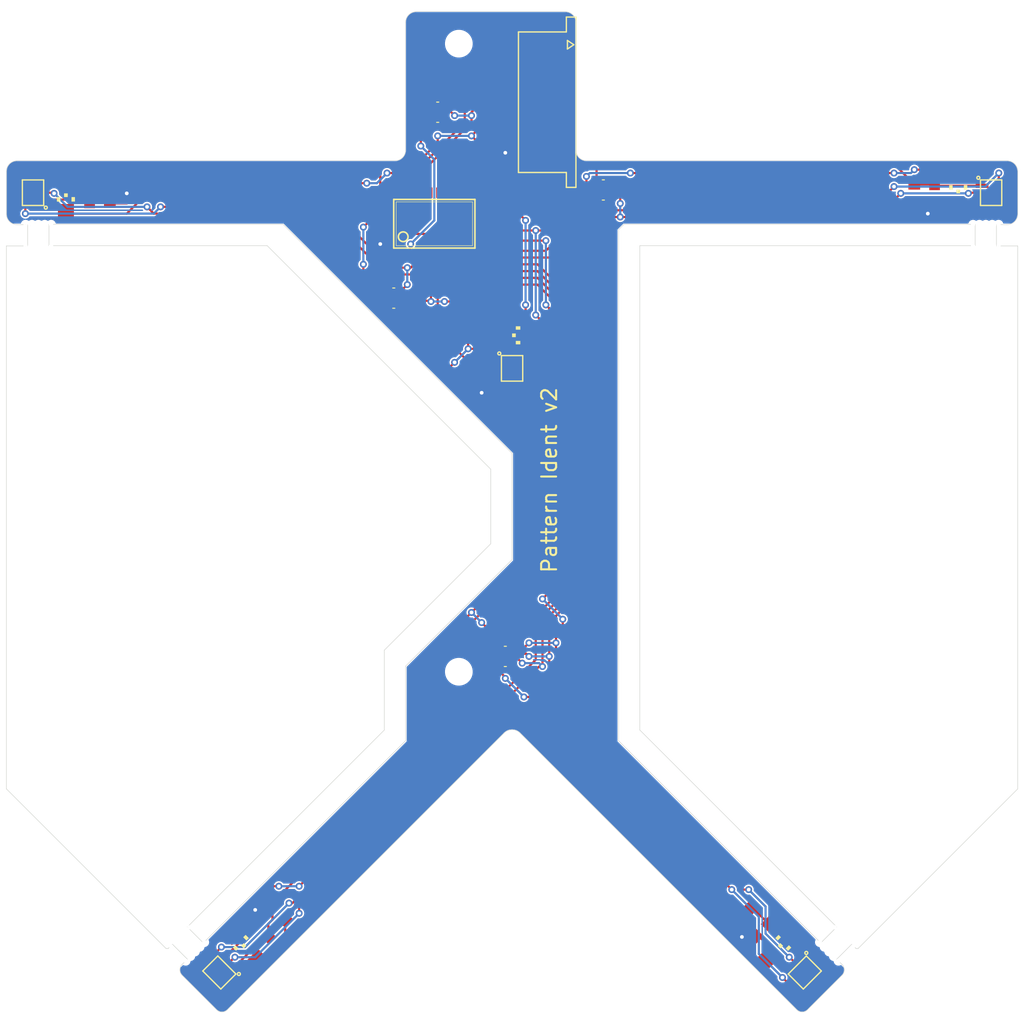
<source format=kicad_pcb>
(kicad_pcb (version 20241229) (generator "pcbnew") (generator_version "9.0")
  (layers (0 "F.Cu" signal) (2 "B.Cu" signal) (13 "F.Paste" user) (15 "B.Paste" user) (5 "F.SilkS" user "F.Silkscreen") (7 "B.SilkS" user "B.Silkscreen") (1 "F.Mask" user) (3 "B.Mask" user) (25 "Edge.Cuts" user))
  (net 0 "")
  (net 1 "GND")
  (net 2 "+3V3")
  (net 3 "SDA")
  (net 4 "SCL")
  (net 5 "LED-TR-BL")
  (net 6 "LED-TL-BR")
  (net 7 "LED-C")
  (net 8 "RESET")
  (net 9 "SD0")
  (net 10 "SC0")
  (net 11 "SD1")
  (net 12 "SC1")
  (net 13 "SD2")
  (net 14 "SC2")
  (net 15 "SD3")
  (net 16 "SC3")
  (net 17 "SD4")
  (net 18 "SC4")
  (net 19 "N$12")
  (net 20 "N$13")
  (net 21 "N$14")
  (net 22 "N$15")
  (net 23 "N$16")
  (footprint "Pattern Ident v2:DFN6" (layer "F.Cu") (at 103.5011 75.025046 180)
    (property "Reference" "IC2")
    (property "Value" "TCS34725" (hide yes))
  )
  (footprint "Pattern Ident v2:R0603_334" (layer "F.Cu") (at 186.2836 75.085046 -90)
    (property "Reference" "R1")
    (property "Value" "100" (hide yes))
  )
  (footprint "Pattern Ident v2:dummyfp33" (layer "F.Cu") (at 180.1261 145.337546)
    (property "Reference" "UNK_HOLE_33" (hide yes))
    (property "Value" "" (hide yes))
  )
  (footprint "Pattern Ident v2:EXB28V_342" (layer "F.Cu") (at 147.8661 118.582546 90)
    (property "Reference" "RN3")
    (property "Value" "10k" (hide yes))
  )
  (footprint "Pattern Ident v2:dummyfp30" (layer "F.Cu") (at 117.7511 144.462546)
    (property "Reference" "UNK_HOLE_30" (hide yes))
    (property "Value" "" (hide yes))
  )
  (footprint "Pattern Ident v2:dummyfp10" (layer "F.Cu") (at 103.4011 78.025046)
    (property "Reference" "UNK_HOLE_10" (hide yes))
    (property "Value" "" (hide yes))
  )
  (footprint "Pattern Ident v2:dummyfp11" (layer "F.Cu") (at 102.8011 78.025046)
    (property "Reference" "UNK_HOLE_11" (hide yes))
    (property "Value" "" (hide yes))
  )
  (footprint "Pattern Ident v2:CHIPLED_1206_259" (layer "F.Cu") (at 190.4111 75.085046)
    (property "Reference" "LED1")
    (property "Value" "wh" (hide yes))
  )
  (footprint "Pattern Ident v2:EXB28V_342" (layer "F.Cu") (at 157.0736 74.767546 90)
    (property "Reference" "RN4")
    (property "Value" "10k" (hide yes))
  )
  (footprint "Pattern Ident v2:dummyfp36" (layer "F.Cu") (at 178.8136 144.025046)
    (property "Reference" "UNK_HOLE_36" (hide yes))
    (property "Value" "" (hide yes))
  )
  (footprint "Pattern Ident v2:C0603_334" (layer "F.Cu") (at 171.9961 144.300046 -135)
    (property "Reference" "C5")
    (property "Value" "100n" (hide yes))
  )
  (footprint "Pattern Ident v2:dummyfp20" (layer "F.Cu") (at 192.4011 78.025046)
    (property "Reference" "UNK_HOLE_20" (hide yes))
    (property "Value" "" (hide yes))
  )
  (footprint "Pattern Ident v2:dummyfp40" (layer "F.Cu") (at 177.84485 145.868796)
    (property "Reference" "UNK_HOLE_40" (hide yes))
    (property "Value" "" (hide yes))
  )
  (footprint "Pattern Ident v2:R0603_334" (layer "F.Cu") (at 110.7186 75.085046 90)
    (property "Reference" "R3")
    (property "Value" "100" (hide yes))
  )
  (footprint "Pattern Ident v2:CHIPLED_1206_259" (layer "F.Cu") (at 123.4186 145.887546 45)
    (property "Reference" "LED2")
    (property "Value" "wh" (hide yes))
  )
  (footprint "Pattern Ident v2:dummyfp34" (layer "F.Cu") (at 179.6886 144.900046)
    (property "Reference" "UNK_HOLE_34" (hide yes))
    (property "Value" "" (hide yes))
  )
  (footprint "Pattern Ident v2:EXB28V_342" (layer "F.Cu") (at 141.5161 67.465046 90)
    (property "Reference" "RN1")
    (property "Value" "10k" (hide yes))
  )
  (footprint "Pattern Ident v2:DFN6" (layer "F.Cu") (at 121.0011 148.275046 -135)
    (property "Reference" "IC3")
    (property "Value" "TCS34725" (hide yes))
  )
  (footprint "Pattern Ident v2:dummyfp12" (layer "F.Cu") (at 193.0011 80.025046)
    (property "Reference" "UNK_HOLE_12" (hide yes))
    (property "Value" "" (hide yes))
  )
  (footprint "Pattern Ident v2:dummyfp2" (layer "F.Cu") (at 104.0011 80.025046)
    (property "Reference" "UNK_HOLE_2" (hide yes))
    (property "Value" "" (hide yes))
  )
  (footprint "Pattern Ident v2:dummyfp5" (layer "F.Cu") (at 103.4011 80.025046)
    (property "Reference" "UNK_HOLE_5" (hide yes))
    (property "Value" "" (hide yes))
  )
  (footprint "Pattern Ident v2:DFN6" (layer "F.Cu") (at 193.5011 75.025046)
    (property "Reference" "IC1")
    (property "Value" "TCS34725" (hide yes))
  )
  (footprint "Pattern Ident v2:dummyfp24" (layer "F.Cu") (at 118.71985 146.306296)
    (property "Reference" "UNK_HOLE_24" (hide yes))
    (property "Value" "" (hide yes))
  )
  (footprint "Pattern Ident v2:dummyfp38" (layer "F.Cu") (at 178.71985 146.743796)
    (property "Reference" "UNK_HOLE_38" (hide yes))
    (property "Value" "" (hide yes))
  )
  (footprint "Pattern Ident v2:dummyfp35" (layer "F.Cu") (at 179.2511 144.462546)
    (property "Reference" "UNK_HOLE_35" (hide yes))
    (property "Value" "" (hide yes))
  )
  (footprint "Pattern Ident v2:C0603_334" (layer "F.Cu") (at 145.6436 91.595046 -90)
    (property "Reference" "C6")
    (property "Value" "100n" (hide yes))
  )
  (footprint "Pattern Ident v2:dummyfp0" (layer "F.Cu") (at 143.5011 61.025046)
    (property "Reference" "UNK_HOLE_0" (hide yes))
    (property "Value" "" (hide yes))
  )
  (footprint "Pattern Ident v2:dummyfp28" (layer "F.Cu") (at 116.8761 145.337546)
    (property "Reference" "UNK_HOLE_28" (hide yes))
    (property "Value" "" (hide yes))
  )
  (footprint "Pattern Ident v2:dummyfp25" (layer "F.Cu") (at 119.15735 145.868796)
    (property "Reference" "UNK_HOLE_25" (hide yes))
    (property "Value" "" (hide yes))
  )
  (footprint "Pattern Ident v2:dummyfp17" (layer "F.Cu") (at 193.0011 78.025046)
    (property "Reference" "UNK_HOLE_17" (hide yes))
    (property "Value" "" (hide yes))
  )
  (footprint "Pattern Ident v2:R0603_334" (layer "F.Cu") (at 144.0561 87.785046 90)
    (property "Reference" "R5")
    (property "Value" "100" (hide yes))
  )
  (footprint "Pattern Ident v2:DFN6" (layer "F.Cu") (at 148.5011 91.525046)
    (property "Reference" "IC5")
    (property "Value" "TCS34725" (hide yes))
  )
  (footprint "Pattern Ident v2:dummyfp22" (layer "F.Cu") (at 117.84485 147.181296)
    (property "Reference" "UNK_HOLE_22" (hide yes))
    (property "Value" "" (hide yes))
  )
  (footprint "Pattern Ident v2:dummyfp41" (layer "F.Cu") (at 177.40735 145.431296)
    (property "Reference" "UNK_HOLE_41" (hide yes))
    (property "Value" "" (hide yes))
  )
  (footprint "Pattern Ident v2:dummyfp37" (layer "F.Cu") (at 179.15735 147.181296)
    (property "Reference" "UNK_HOLE_37" (hide yes))
    (property "Value" "" (hide yes))
  )
  (footprint "Pattern Ident v2:dummyfp3" (layer "F.Cu") (at 104.6011 80.025046)
    (property "Reference" "UNK_HOLE_3" (hide yes))
    (property "Value" "" (hide yes))
  )
  (footprint "Pattern Ident v2:dummyfp16" (layer "F.Cu") (at 191.8011 80.025046)
    (property "Reference" "UNK_HOLE_16" (hide yes))
    (property "Value" "" (hide yes))
  )
  (footprint "Pattern Ident v2:dummyfp39" (layer "F.Cu") (at 178.28235 146.306296)
    (property "Reference" "UNK_HOLE_39" (hide yes))
    (property "Value" "" (hide yes))
  )
  (footprint "Pattern Ident v2:dummyfp15" (layer "F.Cu") (at 192.4011 80.025046)
    (property "Reference" "UNK_HOLE_15" (hide yes))
    (property "Value" "" (hide yes))
  )
  (footprint "Pattern Ident v2:DFN6" (layer "F.Cu") (at 176.0011 148.275046 -45)
    (property "Reference" "IC4")
    (property "Value" "TCS34725" (hide yes))
  )
  (footprint "Pattern Ident v2:R0603_334" (layer "F.Cu") (at 170.4086 142.712546 -135)
    (property "Reference" "R4")
    (property "Value" "100" (hide yes))
  )
  (footprint "Pattern Ident v2:TSSOP24" (layer "F.Cu") (at 141.1986 77.942546)
    (property "Reference" "IC6")
    (property "Value" "TCA9548APW" (hide yes))
  )
  (footprint "Pattern Ident v2:dummyfp1" (layer "F.Cu") (at 143.5011 120.025046)
    (property "Reference" "UNK_HOLE_1" (hide yes))
    (property "Value" "" (hide yes))
  )
  (footprint "Pattern Ident v2:dummyfp13" (layer "F.Cu") (at 193.6011 80.025046)
    (property "Reference" "UNK_HOLE_13" (hide yes))
    (property "Value" "" (hide yes))
  )
  (footprint "Pattern Ident v2:CHIPLED_1206_259" (layer "F.Cu") (at 106.5911 75.085046 180)
    (property "Reference" "LED3")
    (property "Value" "wh" (hide yes))
  )
  (footprint "Pattern Ident v2:dummyfp23" (layer "F.Cu") (at 118.28235 146.743796)
    (property "Reference" "UNK_HOLE_23" (hide yes))
    (property "Value" "" (hide yes))
  )
  (footprint "Pattern Ident v2:dummyfp7" (layer "F.Cu") (at 104.0011 78.025046)
    (property "Reference" "UNK_HOLE_7" (hide yes))
    (property "Value" "" (hide yes))
  )
  (footprint "Pattern Ident v2:CHIPLED_1206_259" (layer "F.Cu") (at 173.5836 145.887546 -45)
    (property "Reference" "LED4")
    (property "Value" "wh" (hide yes))
  )
  (footprint "Pattern Ident v2:dummyfp32" (layer "F.Cu") (at 180.5636 145.775046)
    (property "Reference" "UNK_HOLE_32" (hide yes))
    (property "Value" "" (hide yes))
  )
  (footprint "Pattern Ident v2:C0603_334" (layer "F.Cu") (at 125.0061 144.300046 135)
    (property "Reference" "C4")
    (property "Value" "100n" (hide yes))
  )
  (footprint "Pattern Ident v2:dummyfp14" (layer "F.Cu") (at 194.2011 80.025046)
    (property "Reference" "UNK_HOLE_14" (hide yes))
    (property "Value" "" (hide yes))
  )
  (footprint "Pattern Ident v2:dummyfp27" (layer "F.Cu") (at 116.4386 145.775046)
    (property "Reference" "UNK_HOLE_27" (hide yes))
    (property "Value" "" (hide yes))
  )
  (footprint "Pattern Ident v2:R0603_334" (layer "F.Cu") (at 126.5936 142.712546 -45)
    (property "Reference" "R2")
    (property "Value" "100" (hide yes))
  )
  (footprint "Pattern Ident v2:dummyfp21" (layer "F.Cu") (at 191.8011 78.025046)
    (property "Reference" "UNK_HOLE_21" (hide yes))
    (property "Value" "" (hide yes))
  )
  (footprint "Pattern Ident v2:TE-84952-8" (layer "F.Cu") (at 154.5011 66.525046 -90)
    (property "Reference" "X1")
    (property "Value" "" (hide yes))
  )
  (footprint "Pattern Ident v2:C0603_334" (layer "F.Cu") (at 188.1886 75.085046 -90)
    (property "Reference" "C1")
    (property "Value" "100n" (hide yes))
  )
  (footprint "Pattern Ident v2:dummyfp6" (layer "F.Cu") (at 102.8011 80.025046)
    (property "Reference" "UNK_HOLE_6" (hide yes))
    (property "Value" "" (hide yes))
  )
  (footprint "Pattern Ident v2:dummyfp31" (layer "F.Cu") (at 118.1886 144.025046)
    (property "Reference" "UNK_HOLE_31" (hide yes))
    (property "Value" "" (hide yes))
  )
  (footprint "Pattern Ident v2:C0603_334" (layer "F.Cu") (at 136.1186 77.942546 -90)
    (property "Reference" "C2")
    (property "Value" "100n" (hide yes))
  )
  (footprint "Pattern Ident v2:dummyfp8" (layer "F.Cu") (at 104.6011 78.025046)
    (property "Reference" "UNK_HOLE_8" (hide yes))
    (property "Value" "" (hide yes))
  )
  (footprint "Pattern Ident v2:EXB28V_342" (layer "F.Cu") (at 137.3886 84.927546 90)
    (property "Reference" "RN2")
    (property "Value" "10k" (hide yes))
  )
  (footprint "Pattern Ident v2:dummyfp29" (layer "F.Cu") (at 117.3136 144.900046)
    (property "Reference" "UNK_HOLE_29" (hide yes))
    (property "Value" "" (hide yes))
  )
  (footprint "Pattern Ident v2:C0603_334" (layer "F.Cu") (at 108.8136 75.085046 90)
    (property "Reference" "C3")
    (property "Value" "100n" (hide yes))
  )
  (footprint "Pattern Ident v2:dummyfp4" (layer "F.Cu") (at 105.2011 80.025046)
    (property "Reference" "UNK_HOLE_4" (hide yes))
    (property "Value" "" (hide yes))
  )
  (footprint "Pattern Ident v2:dummyfp19" (layer "F.Cu") (at 194.2011 78.025046)
    (property "Reference" "UNK_HOLE_19" (hide yes))
    (property "Value" "" (hide yes))
  )
  (footprint "Pattern Ident v2:CHIPLED_1206_259" (layer "F.Cu") (at 148.5011 88.420046 -90)
    (property "Reference" "LED5")
    (property "Value" "wh" (hide yes))
  )
  (footprint "Pattern Ident v2:dummyfp9" (layer "F.Cu") (at 105.2011 78.025046)
    (property "Reference" "UNK_HOLE_9" (hide yes))
    (property "Value" "" (hide yes))
  )
  (footprint "Pattern Ident v2:dummyfp26" (layer "F.Cu") (at 119.59485 145.431296)
    (property "Reference" "UNK_HOLE_26" (hide yes))
    (property "Value" "" (hide yes))
  )
  (footprint "Pattern Ident v2:dummyfp18" (layer "F.Cu") (at 193.6011 78.025046)
    (property "Reference" "UNK_HOLE_18" (hide yes))
    (property "Value" "" (hide yes))
  )
  (gr_line (start 179.5011 147.525046) (end 179.0011 147.025046) (stroke (width 0.05)) (layer "Edge.Cuts"))
  (gr_line (start 180.8136 146.025046) (end 181.0011 146.025046) (stroke (width 0.05)) (layer "Edge.Cuts"))
  (gr_line (start 103.0011 78.025046) (end 103.0011 80.025046) (stroke (width 0.05)) (layer "Edge.Cuts"))
  (gr_line (start 105 78) (end 127 78) (stroke (width 0.05)) (layer "Edge.Cuts"))
  (gr_line (start 180.40735 145.618796) (end 179.0011 147.025046) (stroke (width 0.05)) (layer "Edge.Cuts"))
  (gr_line (start 158.5 126.5) (end 177.5 145.5) (stroke (width 0.05)) (layer "Edge.Cuts"))
  (gr_line (start 179 144) (end 160.5 125.5) (stroke (width 0.05)) (layer "Edge.Cuts"))
  (gr_arc (start 155.5011 72.025046) (mid 154.793993 71.732153) (end 154.5011 71.025046) (stroke (width 0.05)) (layer "Edge.Cuts"))
  (gr_line (start 149.2511 125.775046) (end 175.2511 151.775046) (stroke (width 0.05)) (layer "Edge.Cuts"))
  (gr_line (start 194.0011 80.025046) (end 194.0011 78.025046) (stroke (width 0.05)) (layer "Edge.Cuts"))
  (gr_line (start 146.5 108) (end 146.5 101) (stroke (width 0.05)) (layer "Edge.Cuts"))
  (gr_line (start 195.0011 78.025046) (end 194.0011 78.025046) (stroke (width 0.05)) (layer "Edge.Cuts"))
  (gr_line (start 125.5 80) (end 105 80) (stroke (width 0.05)) (layer "Edge.Cuts"))
  (gr_line (start 147.7511 125.775046) (end 121.7511 151.775046) (stroke (width 0.05)) (layer "Edge.Cuts"))
  (gr_arc (start 138.5011 59.025046) (mid 138.793993 58.317939) (end 139.5011 58.025046) (stroke (width 0.05)) (layer "Edge.Cuts"))
  (gr_line (start 102.0011 78.025046) (end 103.0011 78.025046) (stroke (width 0.05)) (layer "Edge.Cuts"))
  (gr_line (start 101.0011 131.025046) (end 101.0011 80.025046) (stroke (width 0.05)) (layer "Edge.Cuts"))
  (gr_line (start 116.1886 146.025046) (end 116.0011 146.025046) (stroke (width 0.05)) (layer "Edge.Cuts"))
  (gr_arc (start 153.5011 58.025046) (mid 154.208207 58.317939) (end 154.5011 59.025046) (stroke (width 0.05)) (layer "Edge.Cuts"))
  (gr_arc (start 147.7511 125.775046) (mid 148.5011 125.464386) (end 149.2511 125.775046) (stroke (width 0.05)) (layer "Edge.Cuts"))
  (gr_line (start 196.0011 77.025046) (end 196.0011 73.025046) (stroke (width 0.05)) (layer "Edge.Cuts"))
  (gr_line (start 148.5 99.5) (end 148.5 109.5) (stroke (width 0.05)) (layer "Edge.Cuts"))
  (gr_line (start 138.5011 71.025046) (end 138.5011 59.025046) (stroke (width 0.05)) (layer "Edge.Cuts"))
  (gr_line (start 117.5011 147.525046) (end 118.0011 147.025046) (stroke (width 0.05)) (layer "Edge.Cuts"))
  (gr_line (start 180.40735 145.618796) (end 180.8136 146.025046) (stroke (width 0.05)) (layer "Edge.Cuts"))
  (gr_line (start 138.5 119.5) (end 138.5 126.5) (stroke (width 0.05)) (layer "Edge.Cuts"))
  (gr_line (start 146.5 101) (end 125.5 80) (stroke (width 0.05)) (layer "Edge.Cuts"))
  (gr_line (start 154.5011 71.025046) (end 154.5011 59.025046) (stroke (width 0.05)) (layer "Edge.Cuts"))
  (gr_line (start 116.0011 146.025046) (end 101.0011 131.025046) (stroke (width 0.05)) (layer "Edge.Cuts"))
  (gr_line (start 116.59485 145.618796) (end 116.1886 146.025046) (stroke (width 0.05)) (layer "Edge.Cuts"))
  (gr_line (start 176.2511 151.775046) (end 179.5011 148.525046) (stroke (width 0.05)) (layer "Edge.Cuts"))
  (gr_line (start 153.5011 58.025046) (end 139.5011 58.025046) (stroke (width 0.05)) (layer "Edge.Cuts"))
  (gr_arc (start 101.0011 73.025046) (mid 101.293993 72.317939) (end 102.0011 72.025046) (stroke (width 0.05)) (layer "Edge.Cuts"))
  (gr_line (start 181.0011 146.025046) (end 196.0011 131.025046) (stroke (width 0.05)) (layer "Edge.Cuts"))
  (gr_arc (start 195.0011 72.025046) (mid 195.708207 72.317939) (end 196.0011 73.025046) (stroke (width 0.05)) (layer "Edge.Cuts"))
  (gr_line (start 148.5 109.5) (end 138.5 119.5) (stroke (width 0.05)) (layer "Edge.Cuts"))
  (gr_line (start 118.0011 147.025046) (end 116.59485 145.618796) (stroke (width 0.05)) (layer "Edge.Cuts"))
  (gr_arc (start 117.5011 148.525046) (mid 117.293993 148.025046) (end 117.5011 147.525046) (stroke (width 0.05)) (layer "Edge.Cuts"))
  (gr_line (start 119.5 145.5) (end 118 144) (stroke (width 0.05)) (layer "Edge.Cuts"))
  (gr_line (start 177.5 145.5) (end 179 144) (stroke (width 0.05)) (layer "Edge.Cuts"))
  (gr_line (start 105 80) (end 105 78) (stroke (width 0.05)) (layer "Edge.Cuts"))
  (gr_line (start 118 144) (end 136.5 125.5) (stroke (width 0.05)) (layer "Edge.Cuts"))
  (gr_line (start 160.5 80) (end 192 80) (stroke (width 0.05)) (layer "Edge.Cuts"))
  (gr_arc (start 138.5011 71.025046) (mid 138.208207 71.732153) (end 137.5011 72.025046) (stroke (width 0.05)) (layer "Edge.Cuts"))
  (gr_line (start 101.0011 80.025046) (end 103.0011 80.025046) (stroke (width 0.05)) (layer "Edge.Cuts"))
  (gr_line (start 127 78) (end 148.5 99.5) (stroke (width 0.05)) (layer "Edge.Cuts"))
  (gr_line (start 192 80) (end 192 78) (stroke (width 0.05)) (layer "Edge.Cuts"))
  (gr_line (start 138.5 126.5) (end 119.5 145.5) (stroke (width 0.05)) (layer "Edge.Cuts"))
  (gr_arc (start 176.2511 151.775046) (mid 175.7511 151.982153) (end 175.2511 151.775046) (stroke (width 0.05)) (layer "Edge.Cuts"))
  (gr_line (start 196.0011 80.025046) (end 194.0011 80.025046) (stroke (width 0.05)) (layer "Edge.Cuts"))
  (gr_arc (start 196.0011 77.025046) (mid 195.708207 77.732153) (end 195.0011 78.025046) (stroke (width 0.05)) (layer "Edge.Cuts"))
  (gr_line (start 195.0011 72.025046) (end 155.5011 72.025046) (stroke (width 0.05)) (layer "Edge.Cuts"))
  (gr_line (start 196.0011 131.025046) (end 196.0011 80.025046) (stroke (width 0.05)) (layer "Edge.Cuts"))
  (gr_line (start 101.0011 73.025046) (end 101.0011 77.025046) (stroke (width 0.05)) (layer "Edge.Cuts"))
  (gr_line (start 136.5 118) (end 146.5 108) (stroke (width 0.05)) (layer "Edge.Cuts"))
  (gr_arc (start 102.0011 78.025046) (mid 101.293993 77.732153) (end 101.0011 77.025046) (stroke (width 0.05)) (layer "Edge.Cuts"))
  (gr_line (start 158.5 78.5) (end 158.5 126.5) (stroke (width 0.05)) (layer "Edge.Cuts"))
  (gr_arc (start 121.7511 151.775046) (mid 121.2511 151.982153) (end 120.7511 151.775046) (stroke (width 0.05)) (layer "Edge.Cuts"))
  (gr_line (start 192 78) (end 159 78) (stroke (width 0.05)) (layer "Edge.Cuts"))
  (gr_line (start 102.0011 72.025046) (end 137.5011 72.025046) (stroke (width 0.05)) (layer "Edge.Cuts"))
  (gr_line (start 117.5011 148.525046) (end 120.7511 151.775046) (stroke (width 0.05)) (layer "Edge.Cuts"))
  (gr_line (start 160.5 125.5) (end 160.5 80) (stroke (width 0.05)) (layer "Edge.Cuts"))
  (gr_line (start 159 78) (end 158.5 78.5) (stroke (width 0.05)) (layer "Edge.Cuts"))
  (gr_arc (start 179.5011 147.525046) (mid 179.708207 148.025046) (end 179.5011 148.525046) (stroke (width 0.05)) (layer "Edge.Cuts"))
  (gr_line (start 136.5 125.5) (end 136.5 118) (stroke (width 0.05)) (layer "Edge.Cuts"))
  (gr_text "Pattern Ident v2" (at 152.8211 110.865046 90) (layer "F.SilkS") (effects (font (size 1.408 1.408) (thickness 0.192)) (justify left bottom)))
  (segment (start 144.7736 80.860346) (end 144.7736 79.612546) (width 0.2032) (layer "F.Cu") (net 1))
  (segment (start 121.142522 147.214383) (end 124.40506 143.951846) (width 0.2032) (layer "F.Cu") (net 1))
  (segment (start 139.6111 78.895046) (end 138.3411 78.895046) (width 0.2032) (layer "F.Cu") (net 1))
  (segment (start 136.2211 78.895046) (end 136.1186 78.792546) (width 0.2032) (layer "F.Cu") (net 1))
  (segment (start 171.361096 144.935046) (end 170.0911 144.935046) (width 0.2032) (layer "F.Cu") (net 1))
  (segment (start 139.5736 75.024746) (end 139.5736 78.895046) (width 0.2032) (layer "F.Cu") (net 1))
  (segment (start 124.40506 143.699002) (end 124.3711 143.665042) (width 0.2032) (layer "F.Cu") (net 1))
  (segment (start 187.5536 76.570046) (end 187.5536 76.990046) (width 0.2032) (layer "F.Cu") (net 1))
  (segment (start 137.6236 80.860346) (end 137.6236 78.895046) (width 0.2032) (layer "F.Cu") (net 1))
  (segment (start 108.6736 74.375046) (end 108.8136 74.235046) (width 0.2032) (layer "F.Cu") (net 1))
  (segment (start 147.6511 92.175046) (end 145.9136 92.175046) (width 0.2032) (layer "F.Cu") (net 1))
  (segment (start 145.6436 92.445046) (end 145.6436 93.817546) (width 0.2032) (layer "F.Cu") (net 1))
  (segment (start 192.6511 75.675046) (end 188.4486 75.675046) (width 0.2032) (layer "F.Cu") (net 1))
  (segment (start 124.3711 143.665042) (end 124.3711 142.395046) (width 0.2032) (layer "F.Cu") (net 1))
  (segment (start 188.4486 75.675046) (end 188.1886 75.935046) (width 0.2032) (layer "F.Cu") (net 1))
  (segment (start 109.6636 75.085046) (end 112.3061 75.085046) (width 0.2032) (layer "F.Cu") (net 1))
  (segment (start 138.2736 80.860346) (end 138.2736 78.895046) (width 0.2032) (layer "F.Cu") (net 1))
  (segment (start 145.9136 92.175046) (end 145.6436 92.445046) (width 0.2032) (layer "F.Cu") (net 1))
  (segment (start 139.5736 78.895046) (end 139.6111 78.895046) (width 0.2032) (layer "F.Cu") (net 1))
  (segment (start 171.7079 144.901086) (end 171.395056 144.901086) (width 0.2032) (layer "F.Cu") (net 1))
  (segment (start 174.940437 148.133624) (end 171.7079 144.901086) (width 0.2032) (layer "F.Cu") (net 1))
  (segment (start 124.40506 143.951846) (end 124.40506 143.699002) (width 0.2032) (layer "F.Cu") (net 1))
  (segment (start 171.395056 144.901086) (end 171.361096 144.935046) (width 0.2032) (layer "F.Cu") (net 1))
  (segment (start 148.5011 70.025046) (end 148.5011 70.640046) (width 0.2032) (layer "F.Cu") (net 1))
  (segment (start 136.1186 78.792546) (end 136.1186 79.847546) (width 0.2032) (layer "F.Cu") (net 1))
  (segment (start 138.2736 78.895046) (end 138.3411 78.895046) (width 0.2032) (layer "F.Cu") (net 1))
  (segment (start 137.7061 78.895046) (end 136.2211 78.895046) (width 0.2032) (layer "F.Cu") (net 1))
  (segment (start 108.8136 74.235046) (end 109.6636 75.085046) (width 0.2032) (layer "F.Cu") (net 1))
  (segment (start 144.7736 79.612546) (end 144.0561 78.895046) (width 0.2032) (layer "F.Cu") (net 1))
  (segment (start 138.3411 78.895046) (end 137.7061 78.895046) (width 0.2032) (layer "F.Cu") (net 1))
  (segment (start 137.6236 78.895046) (end 137.7061 78.895046) (width 0.2032) (layer "F.Cu") (net 1))
  (segment (start 144.0561 78.895046) (end 139.6111 78.895046) (width 0.2032) (layer "F.Cu") (net 1))
  (segment (start 188.1886 75.935046) (end 187.5536 76.570046) (width 0.2032) (layer "F.Cu") (net 1))
  (segment (start 104.3511 74.375046) (end 108.6736 74.375046) (width 0.2032) (layer "F.Cu") (net 1))
  (segment (start 148.5011 70.640046) (end 147.8661 71.275046) (width 0.2032) (layer "F.Cu") (net 1))
  (via (at 136.1186 79.847546) (size 0.65) (drill 0.35) (layers "F.Cu" "B.Cu") (net 1))
  (via (at 170.0911 144.935046) (size 0.65) (drill 0.35) (layers "F.Cu" "B.Cu") (net 1))
  (via (at 187.5536 76.990046) (size 0.65) (drill 0.35) (layers "F.Cu" "B.Cu") (net 1))
  (via (at 145.6436 93.817546) (size 0.65) (drill 0.35) (layers "F.Cu" "B.Cu") (net 1))
  (via (at 147.8661 71.275046) (size 0.65) (drill 0.35) (layers "F.Cu" "B.Cu") (net 1))
  (via (at 112.3061 75.085046) (size 0.65) (drill 0.35) (layers "F.Cu" "B.Cu") (net 1))
  (via (at 124.3711 142.395046) (size 0.65) (drill 0.35) (layers "F.Cu" "B.Cu") (net 1))
  (segment (start 131.6736 81.752546) (end 149.1361 99.215046) (width 0.2032) (layer "B.Cu") (net 1))
  (segment (start 149.1361 99.215046) (end 149.1361 110.327546) (width 0.2032) (layer "B.Cu") (net 1))
  (segment (start 124.3711 142.395046) (end 125.9586 142.395046) (width 0.2032) (layer "B.Cu") (net 1))
  (segment (start 170.0911 142.712546) (end 168.5036 141.125046) (width 0.2032) (layer "B.Cu") (net 1))
  (segment (start 170.0911 144.935046) (end 170.0911 142.712546) (width 0.2032) (layer "B.Cu") (net 1))
  (segment (start 187.5536 76.990046) (end 185.0136 76.990046) (width 0.2032) (layer "B.Cu") (net 1))
  (segment (start 149.1361 110.327546) (end 149.1361 113.820046) (width 0.2032) (layer "B.Cu") (net 1))
  (segment (start 125.9586 142.395046) (end 126.9111 141.442546) (width 0.2032) (layer "B.Cu") (net 1))
  (segment (start 112.3061 75.085046) (end 128.4986 75.085046) (width 0.2032) (layer "B.Cu") (net 1))
  (segment (start 125.607144 144.901086) (end 125.607144 143.699002) (width 0.2032) (layer "F.Cu") (net 2))
  (segment (start 141.0661 68.340046) (end 141.0661 67.715046) (width 0.2032) (layer "F.Cu") (net 2))
  (segment (start 110.7186 75.935046) (end 110.8211 76.037546) (width 0.2032) (layer "F.Cu") (net 2))
  (segment (start 184.5936 72.545046) (end 186.2836 74.235046) (width 0.2032) (layer "F.Cu") (net 2))
  (segment (start 125.607144 143.699002) (end 125.99256 143.313586) (width 0.2032) (layer "F.Cu") (net 2))
  (segment (start 153.8986 72.545046) (end 156.4386 72.545046) (width 0.2032) (layer "F.Cu") (net 2))
  (segment (start 149.1361 99.215046) (end 149.1361 110.010046) (width 0.2032) (layer "F.Cu") (net 2))
  (segment (start 171.00964 142.111502) (end 172.59714 143.699002) (width 0.2032) (layer "F.Cu") (net 2))
  (segment (start 141.0661 67.215046) (end 141.0661 66.590046) (width 0.2032) (layer "F.Cu") (net 2))
  (segment (start 192.6511 74.375046) (end 188.3286 74.375046) (width 0.2032) (layer "F.Cu") (net 2))
  (segment (start 125.2943 144.901086) (end 125.607144 144.901086) (width 0.2032) (layer "F.Cu") (net 2))
  (segment (start 136.1186 77.092546) (end 137.6236 75.587546) (width 0.2032) (layer "F.Cu") (net 2))
  (segment (start 149.8236 64.025046) (end 153.8986 68.100046) (width 0.2032) (layer "F.Cu") (net 2))
  (segment (start 138.9761 72.227546) (end 138.9761 68.417546) (width 0.2032) (layer "F.Cu") (net 2))
  (segment (start 175.859678 147.214383) (end 172.59714 143.951846) (width 0.2032) (layer "F.Cu") (net 2))
  (segment (start 125.99256 141.726086) (end 139.9286 127.790046) (width 0.2032) (layer "F.Cu") (net 2))
  (segment (start 156.4386 73.707546) (end 156.4386 72.545046) (width 0.2032) (layer "F.Cu") (net 2))
  (segment (start 136.1186 77.092546) (end 135.6986 77.092546) (width 0.2032) (layer "F.Cu") (net 2))
  (segment (start 138.6586 72.545046) (end 138.9761 72.227546) (width 0.2032) (layer "F.Cu") (net 2))
  (segment (start 147.4161 118.832546) (end 147.4161 119.457546) (width 0.2032) (layer "F.Cu") (net 2))
  (segment (start 147.8661 120.542546) (end 147.8661 120.646296) (width 0.2032) (layer "F.Cu") (net 2))
  (segment (start 143.4761 64.025046) (end 140.9886 66.512546) (width 0.2032) (layer "F.Cu") (net 2))
  (segment (start 134.5311 84.610046) (end 136.27735 86.356296) (width 0.2032) (layer "F.Cu") (net 2))
  (segment (start 108.8136 75.935046) (end 110.7186 75.935046) (width 0.2032) (layer "F.Cu") (net 2))
  (segment (start 156.6236 75.017546) (end 156.6236 74.517546) (width 0.2032) (layer "F.Cu") (net 2))
  (segment (start 145.6436 90.745046) (end 145.6436 89.690046) (width 0.2032) (layer "F.Cu") (net 2))
  (segment (start 136.9386 85.802546) (end 136.38485 86.356296) (width 0.2032) (layer "F.Cu") (net 2))
  (segment (start 148.5011 64.025046) (end 149.8236 64.025046) (width 0.2032) (layer "F.Cu") (net 2))
  (segment (start 141.99235 92.071296) (end 143.1036 90.960046) (width 0.2032) (layer "F.Cu") (net 2))
  (segment (start 136.38485 86.356296) (end 136.27735 86.356296) (width 0.2032) (layer "F.Cu") (net 2))
  (segment (start 156.6236 74.517546) (end 156.6236 73.892546) (width 0.2032) (layer "F.Cu") (net 2))
  (segment (start 136.27735 86.356296) (end 141.99235 92.071296) (width 0.2032) (layer "F.Cu") (net 2))
  (segment (start 110.8211 76.037546) (end 112.3061 76.037546) (width 0.2032) (layer "F.Cu") (net 2))
  (segment (start 122.061763 148.133624) (end 125.2943 144.901086) (width 0.2032) (layer "F.Cu") (net 2))
  (segment (start 108.5536 75.675046) (end 108.8136 75.935046) (width 0.2032) (layer "F.Cu") (net 2))
  (segment (start 144.3736 89.690046) (end 144.3736 88.952546) (width 0.2032) (layer "F.Cu") (net 2))
  (segment (start 156.6236 75.642546) (end 156.6236 75.017546) (width 0.2032) (layer "F.Cu") (net 2))
  (segment (start 136.1186 77.092546) (end 136.1186 73.497546) (width 0.2032) (layer "F.Cu") (net 2))
  (segment (start 144.3736 114.772546) (end 139.9286 119.217546) (width 0.2032) (layer "F.Cu") (net 2))
  (segment (start 145.6436 115.407546) (end 147.4161 117.180046) (width 0.2032) (layer "F.Cu") (net 2))
  (segment (start 147.4161 119.457546) (end 147.4161 120.092546) (width 0.2032) (layer "F.Cu") (net 2))
  (segment (start 144.3736 88.952546) (end 144.0561 88.635046) (width 0.2032) (layer "F.Cu") (net 2))
  (segment (start 145.7736 90.875046) (end 145.6436 90.745046) (width 0.2032) (layer "F.Cu") (net 2))
  (segment (start 147.8661 120.542546) (end 147.4161 120.092546) (width 0.2032) (layer "F.Cu") (net 2))
  (segment (start 136.9386 84.677546) (end 136.9386 84.052546) (width 0.2032) (layer "F.Cu") (net 2))
  (segment (start 136.9386 85.177546) (end 136.9386 84.677546) (width 0.2032) (layer "F.Cu") (net 2))
  (segment (start 137.6236 75.587546) (end 137.6236 75.024746) (width 0.2032) (layer "F.Cu") (net 2))
  (segment (start 141.0661 66.590046) (end 140.9886 66.512546) (width 0.2032) (layer "F.Cu") (net 2))
  (segment (start 141.99235 92.071296) (end 149.1361 99.215046) (width 0.2032) (layer "F.Cu") (net 2))
  (segment (start 144.3736 89.690046) (end 145.1111 89.690046) (width 0.2032) (layer "F.Cu") (net 2))
  (segment (start 147.4161 118.332546) (end 147.4161 118.832546) (width 0.2032) (layer "F.Cu") (net 2))
  (segment (start 144.6911 114.455046) (end 144.3736 114.772546) (width 0.2032) (layer "F.Cu") (net 2))
  (segment (start 135.6986 77.092546) (end 134.5311 78.260046) (width 0.2032) (layer "F.Cu") (net 2))
  (segment (start 147.4161 117.707546) (end 147.4161 118.332546) (width 0.2032) (layer "F.Cu") (net 2))
  (segment (start 112.3061 76.037546) (end 114.8461 73.497546) (width 0.2032) (layer "F.Cu") (net 2))
  (segment (start 169.807556 142.111502) (end 171.00964 142.111502) (width 0.2032) (layer "F.Cu") (net 2))
  (segment (start 114.8461 73.497546) (end 136.1186 73.497546) (width 0.2032) (layer "F.Cu") (net 2))
  (segment (start 125.99256 143.313586) (end 125.99256 142.111502) (width 0.2032) (layer "F.Cu") (net 2))
  (segment (start 138.9761 68.417546) (end 140.8036 66.590046) (width 0.2032) (layer "F.Cu") (net 2))
  (segment (start 140.8036 66.590046) (end 141.0661 66.590046) (width 0.2032) (layer "F.Cu") (net 2))
  (segment (start 125.99256 142.111502) (end 125.99256 141.726086) (width 0.2032) (layer "F.Cu") (net 2))
  (segment (start 148.5011 64.025046) (end 143.4761 64.025046) (width 0.2032) (layer "F.Cu") (net 2))
  (segment (start 134.5311 81.752546) (end 134.5311 84.610046) (width 0.2032) (layer "F.Cu") (net 2))
  (segment (start 141.0661 67.715046) (end 141.0661 67.215046) (width 0.2032) (layer "F.Cu") (net 2))
  (segment (start 172.59714 143.951846) (end 172.59714 143.699002) (width 0.2032) (layer "F.Cu") (net 2))
  (segment (start 136.1186 73.497546) (end 136.1186 72.545046) (width 0.2032) (layer "F.Cu") (net 2))
  (segment (start 145.6436 89.690046) (end 145.1111 89.690046) (width 0.2032) (layer "F.Cu") (net 2))
  (segment (start 149.61235 122.392546) (end 150.0886 122.392546) (width 0.2032) (layer "F.Cu") (net 2))
  (segment (start 188.1886 74.235046) (end 186.2836 74.235046) (width 0.2032) (layer "F.Cu") (net 2))
  (segment (start 104.3511 75.675046) (end 108.5536 75.675046) (width 0.2032) (layer "F.Cu") (net 2))
  (segment (start 149.1361 110.010046) (end 144.6911 114.455046) (width 0.2032) (layer "F.Cu") (net 2))
  (segment (start 169.807556 142.111502) (end 150.0886 122.392546) (width 0.2032) (layer "F.Cu") (net 2))
  (segment (start 136.1186 72.545046) (end 138.6586 72.545046) (width 0.2032) (layer "F.Cu") (net 2))
  (segment (start 147.6511 90.875046) (end 145.7736 90.875046) (width 0.2032) (layer "F.Cu") (net 2))
  (segment (start 136.9386 85.802546) (end 136.9386 85.177546) (width 0.2032) (layer "F.Cu") (net 2))
  (segment (start 188.3286 74.375046) (end 188.1886 74.235046) (width 0.2032) (layer "F.Cu") (net 2))
  (segment (start 153.8986 68.100046) (end 153.8986 72.545046) (width 0.2032) (layer "F.Cu") (net 2))
  (segment (start 156.6236 73.892546) (end 156.4386 73.707546) (width 0.2032) (layer "F.Cu") (net 2))
  (segment (start 147.4161 117.180046) (end 147.4161 117.707546) (width 0.2032) (layer "F.Cu") (net 2))
  (segment (start 139.9286 127.790046) (end 139.9286 119.217546) (width 0.2032) (layer "F.Cu") (net 2))
  (segment (start 156.4386 72.545046) (end 184.5936 72.545046) (width 0.2032) (layer "F.Cu") (net 2))
  (via (at 147.8661 120.646296) (size 0.65) (drill 0.35) (layers "F.Cu" "B.Cu") (net 2))
  (via (at 149.61235 122.392546) (size 0.65) (drill 0.35) (layers "F.Cu" "B.Cu") (net 2))
  (via (at 144.6911 114.455046) (size 0.65) (drill 0.35) (layers "F.Cu" "B.Cu") (net 2))
  (via (at 134.5311 81.752546) (size 0.65) (drill 0.35) (layers "F.Cu" "B.Cu") (net 2))
  (via (at 144.3736 89.690046) (size 0.65) (drill 0.35) (layers "F.Cu" "B.Cu") (net 2))
  (via (at 134.5311 78.260046) (size 0.65) (drill 0.35) (layers "F.Cu" "B.Cu") (net 2))
  (via (at 143.1036 90.960046) (size 0.65) (drill 0.35) (layers "F.Cu" "B.Cu") (net 2))
  (via (at 145.6436 115.407546) (size 0.65) (drill 0.35) (layers "F.Cu" "B.Cu") (net 2))
  (segment (start 149.61235 122.392546) (end 147.8661 120.646296) (width 0.2032) (layer "B.Cu") (net 2))
  (segment (start 134.5311 78.260046) (end 134.5311 81.752546) (width 0.2032) (layer "B.Cu") (net 2))
  (segment (start 144.6911 114.455046) (end 145.6436 115.407546) (width 0.2032) (layer "B.Cu") (net 2))
  (segment (start 143.1036 90.960046) (end 144.3736 89.690046) (width 0.2032) (layer "B.Cu") (net 2))
  (segment (start 143.4986 66.590046) (end 144.0561 67.147546) (width 0.2032) (layer "F.Cu") (net 3))
  (segment (start 144.0561 68.417546) (end 144.0561 67.147546) (width 0.2032) (layer "F.Cu") (net 3))
  (segment (start 138.2736 75.024746) (end 138.2736 74.200046) (width 0.2032) (layer "F.Cu") (net 3))
  (segment (start 146.1786 65.025046) (end 148.5011 65.025046) (width 0.2032) (layer "F.Cu") (net 3))
  (segment (start 141.9661 66.590046) (end 143.4986 66.590046) (width 0.2032) (layer "F.Cu") (net 3))
  (segment (start 143.1036 69.370046) (end 144.0561 68.417546) (width 0.2032) (layer "F.Cu") (net 3))
  (segment (start 144.0561 67.147546) (end 146.1786 65.025046) (width 0.2032) (layer "F.Cu") (net 3))
  (segment (start 138.2736 74.200046) (end 143.1036 69.370046) (width 0.2032) (layer "F.Cu") (net 3))
  (segment (start 142.5361 67.215046) (end 143.1036 67.782546) (width 0.2032) (layer "F.Cu") (net 4))
  (segment (start 146.1311 66.025046) (end 148.5011 66.025046) (width 0.2032) (layer "F.Cu") (net 4))
  (segment (start 138.9236 75.024746) (end 138.9236 74.185046) (width 0.2032) (layer "F.Cu") (net 4))
  (segment (start 146.1311 66.025046) (end 144.6911 67.465046) (width 0.2032) (layer "F.Cu") (net 4))
  (segment (start 138.9236 74.185046) (end 144.6911 68.417546) (width 0.2032) (layer "F.Cu") (net 4))
  (segment (start 144.6911 68.417546) (end 144.6911 67.782546) (width 0.2032) (layer "F.Cu") (net 4))
  (segment (start 144.6911 67.782546) (end 144.6911 67.465046) (width 0.2032) (layer "F.Cu") (net 4))
  (segment (start 141.9661 67.215046) (end 142.5361 67.215046) (width 0.2032) (layer "F.Cu") (net 4))
  (via (at 143.1036 67.782546) (size 0.65) (drill 0.35) (layers "F.Cu" "B.Cu") (net 4))
  (via (at 144.6911 67.782546) (size 0.65) (drill 0.35) (layers "F.Cu" "B.Cu") (net 4))
  (segment (start 143.1036 67.782546) (end 144.6911 67.782546) (width 0.2032) (layer "B.Cu") (net 4))
  (segment (start 146.2786 75.402546) (end 146.2786 69.052546) (width 0.2032) (layer "F.Cu") (net 5))
  (segment (start 155.4861 74.450046) (end 155.4861 73.497546) (width 0.2032) (layer "F.Cu") (net 5))
  (segment (start 122.181166 144.650108) (end 122.181166 143.63248) (width 0.2032) (layer "F.Cu") (net 5))
  (segment (start 151.51735 108.581296) (end 140.5636 119.535046) (width 0.2032) (layer "F.Cu") (net 5))
  (segment (start 140.5636 128.107546) (end 128.4986 140.172546) (width 0.2032) (layer "F.Cu") (net 5))
  (segment (start 159.6136 73.180046) (end 184.3786 73.180046) (width 0.2032) (layer "F.Cu") (net 5))
  (segment (start 147.3061 68.025046) (end 148.5011 68.025046) (width 0.2032) (layer "F.Cu") (net 5))
  (segment (start 125.6411 140.172546) (end 126.5936 140.172546) (width 0.2032) (layer "F.Cu") (net 5))
  (segment (start 150.7236 86.515046) (end 151.51735 87.308796) (width 0.2032) (layer "F.Cu") (net 5))
  (segment (start 150.7236 78.577546) (end 151.3586 78.577546) (width 0.2032) (layer "F.Cu") (net 5))
  (segment (start 151.51735 87.308796) (end 151.51735 108.581296) (width 0.2032) (layer "F.Cu") (net 5))
  (segment (start 149.4536 78.577546) (end 146.2786 75.402546) (width 0.2032) (layer "F.Cu") (net 5))
  (segment (start 146.2786 69.052546) (end 147.3061 68.025046) (width 0.2032) (layer "F.Cu") (net 5))
  (segment (start 125.6411 140.172546) (end 122.181166 143.63248) (width 0.2032) (layer "F.Cu") (net 5))
  (segment (start 151.3586 78.577546) (end 155.4861 74.450046) (width 0.2032) (layer "F.Cu") (net 5))
  (segment (start 150.7236 78.577546) (end 149.4536 78.577546) (width 0.2032) (layer "F.Cu") (net 5))
  (segment (start 140.5636 128.107546) (end 140.5636 119.535046) (width 0.2032) (layer "F.Cu") (net 5))
  (segment (start 189.9386 72.862546) (end 190.4111 73.335046) (width 0.2032) (layer "F.Cu") (net 5))
  (segment (start 186.2836 72.862546) (end 189.9386 72.862546) (width 0.2032) (layer "F.Cu") (net 5))
  (via (at 126.5936 140.172546) (size 0.65) (drill 0.35) (layers "F.Cu" "B.Cu") (net 5))
  (via (at 186.2836 72.862546) (size 0.65) (drill 0.35) (layers "F.Cu" "B.Cu") (net 5))
  (via (at 128.4986 140.172546) (size 0.65) (drill 0.35) (layers "F.Cu" "B.Cu") (net 5))
  (via (at 155.4861 73.497546) (size 0.65) (drill 0.35) (layers "F.Cu" "B.Cu") (net 5))
  (via (at 184.3786 73.180046) (size 0.65) (drill 0.35) (layers "F.Cu" "B.Cu") (net 5))
  (via (at 150.7236 86.515046) (size 0.65) (drill 0.35) (layers "F.Cu" "B.Cu") (net 5))
  (via (at 150.7236 78.577546) (size 0.65) (drill 0.35) (layers "F.Cu" "B.Cu") (net 5))
  (via (at 159.6136 73.180046) (size 0.65) (drill 0.35) (layers "F.Cu" "B.Cu") (net 5))
  (segment (start 155.4861 73.497546) (end 155.8036 73.180046) (width 0.2032) (layer "B.Cu") (net 5))
  (segment (start 185.9661 73.180046) (end 186.2836 72.862546) (width 0.2032) (layer "B.Cu") (net 5))
  (segment (start 126.5936 140.172546) (end 128.4986 140.172546) (width 0.2032) (layer "B.Cu") (net 5))
  (segment (start 155.8036 73.180046) (end 159.6136 73.180046) (width 0.2032) (layer "B.Cu") (net 5))
  (segment (start 184.3786 73.180046) (end 185.9661 73.180046) (width 0.2032) (layer "B.Cu") (net 5))
  (segment (start 150.7236 86.515046) (end 150.7236 78.577546) (width 0.2032) (layer "B.Cu") (net 5))
  (segment (start 151.6761 79.530046) (end 149.4536 79.530046) (width 0.2032) (layer "F.Cu") (net 6))
  (segment (start 147.3536 67.025046) (end 148.5011 67.025046) (width 0.2032) (layer "F.Cu") (net 6))
  (segment (start 151.9936 85.880046) (end 151.9936 112.550046) (width 0.2032) (layer "F.Cu") (net 6))
  (segment (start 136.7536 73.180046) (end 138.6586 73.180046) (width 0.2032) (layer "F.Cu") (net 6))
  (segment (start 145.6436 70.640046) (end 144.6911 69.687546) (width 0.2032) (layer "F.Cu") (net 6))
  (segment (start 174.821034 143.63248) (end 170.7261 139.537546) (width 0.2032) (layer "F.Cu") (net 6))
  (segment (start 174.821034 144.26748) (end 174.821034 144.650108) (width 0.2032) (layer "F.Cu") (net 6))
  (segment (start 153.2636 122.710046) (end 153.2636 115.090046) (width 0.2032) (layer "F.Cu") (net 6))
  (segment (start 151.6761 85.562546) (end 151.9936 85.880046) (width 0.2032) (layer "F.Cu") (net 6))
  (segment (start 141.5161 70.322546) (end 141.5161 69.687546) (width 0.2032) (layer "F.Cu") (net 6))
  (segment (start 112.3061 76.990046) (end 115.1636 74.132546) (width 0.2032) (layer "F.Cu") (net 6))
  (segment (start 170.7261 139.537546) (end 170.0911 139.537546) (width 0.2032) (layer "F.Cu") (net 6))
  (segment (start 149.4536 79.530046) (end 145.6436 75.720046) (width 0.2032) (layer "F.Cu") (net 6))
  (segment (start 115.1636 74.132546) (end 134.8486 74.132546) (width 0.2032) (layer "F.Cu") (net 6))
  (segment (start 138.6586 73.180046) (end 141.5161 70.322546) (width 0.2032) (layer "F.Cu") (net 6))
  (segment (start 106.5911 76.835046) (end 106.7461 76.990046) (width 0.2032) (layer "F.Cu") (net 6))
  (segment (start 170.0911 139.537546) (end 153.2636 122.710046) (width 0.2032) (layer "F.Cu") (net 6))
  (segment (start 174.821034 144.650108) (end 174.821034 143.63248) (width 0.2032) (layer "F.Cu") (net 6))
  (segment (start 144.6911 69.687546) (end 147.3536 67.025046) (width 0.2032) (layer "F.Cu") (net 6))
  (segment (start 151.9936 112.550046) (end 151.3586 113.185046) (width 0.2032) (layer "F.Cu") (net 6))
  (segment (start 106.7461 76.990046) (end 112.3061 76.990046) (width 0.2032) (layer "F.Cu") (net 6))
  (segment (start 145.6436 75.720046) (end 145.6436 70.640046) (width 0.2032) (layer "F.Cu") (net 6))
  (via (at 141.5161 69.687546) (size 0.65) (drill 0.35) (layers "F.Cu" "B.Cu") (net 6))
  (via (at 153.2636 115.090046) (size 0.65) (drill 0.35) (layers "F.Cu" "B.Cu") (net 6))
  (via (at 144.6911 69.687546) (size 0.65) (drill 0.35) (layers "F.Cu" "B.Cu") (net 6))
  (via (at 151.6761 79.530046) (size 0.65) (drill 0.35) (layers "F.Cu" "B.Cu") (net 6))
  (via (at 134.8486 74.132546) (size 0.65) (drill 0.35) (layers "F.Cu" "B.Cu") (net 6))
  (via (at 151.3586 113.185046) (size 0.65) (drill 0.35) (layers "F.Cu" "B.Cu") (net 6))
  (via (at 136.7536 73.180046) (size 0.65) (drill 0.35) (layers "F.Cu" "B.Cu") (net 6))
  (via (at 151.6761 85.562546) (size 0.65) (drill 0.35) (layers "F.Cu" "B.Cu") (net 6))
  (segment (start 151.3586 113.185046) (end 153.2636 115.090046) (width 0.2032) (layer "B.Cu") (net 6))
  (segment (start 151.6761 85.562546) (end 151.6761 79.530046) (width 0.2032) (layer "B.Cu") (net 6))
  (segment (start 141.5161 69.687546) (end 144.6911 69.687546) (width 0.2032) (layer "B.Cu") (net 6))
  (segment (start 135.8011 74.132546) (end 134.8486 74.132546) (width 0.2032) (layer "B.Cu") (net 6))
  (segment (start 135.8011 74.132546) (end 136.7536 73.180046) (width 0.2032) (layer "B.Cu") (net 6))
  (segment (start 149.7711 77.625046) (end 146.9136 74.767546) (width 0.2032) (layer "F.Cu") (net 7))
  (segment (start 146.9136 69.370046) (end 147.2586 69.025046) (width 0.2032) (layer "F.Cu") (net 7))
  (segment (start 150.2511 88.420046) (end 149.7711 87.940046) (width 0.2032) (layer "F.Cu") (net 7))
  (segment (start 149.7711 87.940046) (end 149.7711 85.562546) (width 0.2032) (layer "F.Cu") (net 7))
  (segment (start 146.9136 74.767546) (end 146.9136 69.370046) (width 0.2032) (layer "F.Cu") (net 7))
  (segment (start 147.2586 69.025046) (end 148.5011 69.025046) (width 0.2032) (layer "F.Cu") (net 7))
  (via (at 149.7711 85.562546) (size 0.65) (drill 0.35) (layers "F.Cu" "B.Cu") (net 7))
  (via (at 149.7711 77.625046) (size 0.65) (drill 0.35) (layers "F.Cu" "B.Cu") (net 7))
  (segment (start 149.7711 77.625046) (end 149.7711 85.562546) (width 0.2032) (layer "B.Cu") (net 7))
  (segment (start 140.5636 69.052546) (end 141.5161 69.052546) (width 0.2032) (layer "F.Cu") (net 8))
  (segment (start 139.9286 69.687546) (end 140.5636 69.052546) (width 0.2032) (layer "F.Cu") (net 8))
  (segment (start 138.9236 79.900046) (end 138.9761 79.847546) (width 0.2032) (layer "F.Cu") (net 8))
  (segment (start 141.8336 68.735046) (end 141.8336 68.472546) (width 0.2032) (layer "F.Cu") (net 8))
  (segment (start 139.9286 70.640046) (end 139.9286 69.687546) (width 0.2032) (layer "F.Cu") (net 8))
  (segment (start 141.5161 69.052546) (end 141.8336 68.735046) (width 0.2032) (layer "F.Cu") (net 8))
  (segment (start 138.9236 80.860346) (end 138.9236 79.900046) (width 0.2032) (layer "F.Cu") (net 8))
  (segment (start 141.8336 68.472546) (end 141.9661 68.340046) (width 0.2032) (layer "F.Cu") (net 8))
  (via (at 139.9286 70.640046) (size 0.65) (drill 0.35) (layers "F.Cu" "B.Cu") (net 8))
  (via (at 138.9761 79.847546) (size 0.65) (drill 0.35) (layers "F.Cu" "B.Cu") (net 8))
  (segment (start 141.1986 77.625046) (end 141.1986 71.910046) (width 0.2032) (layer "B.Cu") (net 8))
  (segment (start 138.9761 79.847546) (end 141.1986 77.625046) (width 0.2032) (layer "B.Cu") (net 8))
  (segment (start 141.1986 71.910046) (end 139.9286 70.640046) (width 0.2032) (layer "B.Cu") (net 8))
  (segment (start 115.4811 76.355046) (end 131.3561 76.355046) (width 0.2032) (layer "F.Cu") (net 9))
  (segment (start 138.2636 84.052546) (end 138.6586 83.657546) (width 0.2032) (layer "F.Cu") (net 9))
  (segment (start 139.5736 81.472546) (end 139.5736 80.860346) (width 0.2032) (layer "F.Cu") (net 9))
  (segment (start 137.8386 84.052546) (end 138.2636 84.052546) (width 0.2032) (layer "F.Cu") (net 9))
  (segment (start 138.6586 82.070046) (end 138.9761 82.070046) (width 0.2032) (layer "F.Cu") (net 9))
  (segment (start 102.7811 75.805046) (end 102.7811 76.990046) (width 0.2032) (layer "F.Cu") (net 9))
  (segment (start 131.3561 76.355046) (end 137.0711 82.070046) (width 0.2032) (layer "F.Cu") (net 9))
  (segment (start 138.9761 82.070046) (end 139.5736 81.472546) (width 0.2032) (layer "F.Cu") (net 9))
  (segment (start 137.0711 82.070046) (end 138.6586 82.070046) (width 0.2032) (layer "F.Cu") (net 9))
  (segment (start 102.6511 75.675046) (end 102.7811 75.805046) (width 0.2032) (layer "F.Cu") (net 9))
  (via (at 138.6586 83.657546) (size 0.65) (drill 0.35) (layers "F.Cu" "B.Cu") (net 9))
  (via (at 115.4811 76.355046) (size 0.65) (drill 0.35) (layers "F.Cu" "B.Cu") (net 9))
  (via (at 102.7811 76.990046) (size 0.65) (drill 0.35) (layers "F.Cu" "B.Cu") (net 9))
  (via (at 138.6586 82.070046) (size 0.65) (drill 0.35) (layers "F.Cu" "B.Cu") (net 9))
  (segment (start 138.6586 83.657546) (end 138.6586 82.070046) (width 0.2032) (layer "B.Cu") (net 9))
  (segment (start 102.7811 76.990046) (end 114.8461 76.990046) (width 0.2032) (layer "B.Cu") (net 9))
  (segment (start 114.8461 76.990046) (end 115.4811 76.355046) (width 0.2032) (layer "B.Cu") (net 9))
  (segment (start 140.2236 81.775046) (end 140.2236 80.860346) (width 0.2032) (layer "F.Cu") (net 10))
  (segment (start 139.2936 84.292546) (end 139.2936 82.705046) (width 0.2032) (layer "F.Cu") (net 10))
  (segment (start 114.2111 76.355046) (end 114.8461 76.990046) (width 0.2032) (layer "F.Cu") (net 10))
  (segment (start 139.2936 82.705046) (end 140.2236 81.775046) (width 0.2032) (layer "F.Cu") (net 10))
  (segment (start 104.3511 75.025046) (end 105.41985 75.025046) (width 0.2032) (layer "F.Cu") (net 10))
  (segment (start 136.7536 82.705046) (end 139.2936 82.705046) (width 0.2032) (layer "F.Cu") (net 10))
  (segment (start 114.8461 76.990046) (end 131.0386 76.990046) (width 0.2032) (layer "F.Cu") (net 10))
  (segment (start 138.9086 84.677546) (end 139.2936 84.292546) (width 0.2032) (layer "F.Cu") (net 10))
  (segment (start 137.8386 84.677546) (end 138.9086 84.677546) (width 0.2032) (layer "F.Cu") (net 10))
  (segment (start 131.0386 76.990046) (end 136.7536 82.705046) (width 0.2032) (layer "F.Cu") (net 10))
  (segment (start 105.41985 75.025046) (end 105.47985 75.085046) (width 0.2032) (layer "F.Cu") (net 10))
  (via (at 114.2111 76.355046) (size 0.65) (drill 0.35) (layers "F.Cu" "B.Cu") (net 10))
  (via (at 105.47985 75.085046) (size 0.65) (drill 0.35) (layers "F.Cu" "B.Cu") (net 10))
  (segment (start 106.74985 76.355046) (end 114.2111 76.355046) (width 0.2032) (layer "B.Cu") (net 10))
  (segment (start 105.47985 75.085046) (end 106.74985 76.355046) (width 0.2032) (layer "B.Cu") (net 10))
  (segment (start 140.8811 85.245046) (end 140.8811 80.867846) (width 0.2032) (layer "F.Cu") (net 11))
  (segment (start 142.1511 85.245046) (end 145.9611 85.245046) (width 0.2032) (layer "F.Cu") (net 11))
  (segment (start 148.5011 87.785046) (end 148.5011 90.325046) (width 0.2032) (layer "F.Cu") (net 11))
  (segment (start 140.8811 85.177546) (end 140.8811 85.245046) (width 0.2032) (layer "F.Cu") (net 11))
  (segment (start 145.9611 85.245046) (end 148.5011 87.785046) (width 0.2032) (layer "F.Cu") (net 11))
  (segment (start 148.5011 90.325046) (end 149.0511 90.875046) (width 0.2032) (layer "F.Cu") (net 11))
  (segment (start 140.8811 80.867846) (end 140.8736 80.860346) (width 0.2032) (layer "F.Cu") (net 11))
  (segment (start 137.8386 85.177546) (end 140.8811 85.177546) (width 0.2032) (layer "F.Cu") (net 11))
  (segment (start 149.0511 90.875046) (end 149.3511 90.875046) (width 0.2032) (layer "F.Cu") (net 11))
  (via (at 140.8811 85.245046) (size 0.65) (drill 0.35) (layers "F.Cu" "B.Cu") (net 11))
  (via (at 142.1511 85.245046) (size 0.65) (drill 0.35) (layers "F.Cu" "B.Cu") (net 11))
  (segment (start 140.8811 85.245046) (end 142.1511 85.245046) (width 0.2032) (layer "B.Cu") (net 11))
  (segment (start 145.087782 91.595046) (end 141.5161 88.023365) (width 0.2032) (layer "F.Cu") (net 12))
  (segment (start 139.2936 87.150046) (end 141.5161 87.150046) (width 0.2032) (layer "F.Cu") (net 12))
  (segment (start 137.8386 85.802546) (end 137.9461 85.802546) (width 0.2032) (layer "F.Cu") (net 12))
  (segment (start 147.6511 91.525046) (end 147.5811 91.595046) (width 0.2032) (layer "F.Cu") (net 12))
  (segment (start 141.5161 88.023365) (end 141.5161 87.150046) (width 0.2032) (layer "F.Cu") (net 12))
  (segment (start 141.5161 80.867846) (end 141.5236 80.860346) (width 0.2032) (layer "F.Cu") (net 12))
  (segment (start 141.5161 87.150046) (end 141.5161 80.867846) (width 0.2032) (layer "F.Cu") (net 12))
  (segment (start 147.5811 91.595046) (end 145.087782 91.595046) (width 0.2032) (layer "F.Cu") (net 12))
  (segment (start 137.9461 85.802546) (end 139.2936 87.150046) (width 0.2032) (layer "F.Cu") (net 12))
  (segment (start 152.46985 85.245046) (end 152.46985 113.026296) (width 0.2032) (layer "F.Cu") (net 13))
  (segment (start 127.8636 141.760046) (end 149.215475 120.408171) (width 0.2032) (layer "F.Cu") (net 13))
  (segment (start 119.9261 150.015046) (end 118.6561 148.745046) (width 0.2032) (layer "F.Cu") (net 13))
  (segment (start 118.6561 148.745046) (end 118.6561 148.427546) (width 0.2032) (layer "F.Cu") (net 13))
  (segment (start 149.215475 120.356921) (end 149.215475 120.408171) (width 0.2032) (layer "F.Cu") (net 13))
  (segment (start 118.6561 148.427546) (end 121.1961 145.887546) (width 0.2032) (layer "F.Cu") (net 13))
  (segment (start 152.46985 113.026296) (end 150.7236 114.772546) (width 0.2032) (layer "F.Cu") (net 13))
  (segment (start 143.4211 83.657546) (end 150.88235 83.657546) (width 0.2032) (layer "F.Cu") (net 13))
  (segment (start 148.3161 119.457546) (end 149.215475 120.356921) (width 0.2032) (layer "F.Cu") (net 13))
  (segment (start 120.180341 150.015046) (end 119.9261 150.015046) (width 0.2032) (layer "F.Cu") (net 13))
  (segment (start 150.88235 83.657546) (end 152.46985 85.245046) (width 0.2032) (layer "F.Cu") (net 13))
  (segment (start 120.859682 149.335705) (end 120.180341 150.015046) (width 0.2032) (layer "F.Cu") (net 13))
  (segment (start 127.5461 141.760046) (end 127.8636 141.760046) (width 0.2032) (layer "F.Cu") (net 13))
  (segment (start 149.215475 120.408171) (end 150.7236 118.900046) (width 0.2032) (layer "F.Cu") (net 13))
  (segment (start 150.7236 114.772546) (end 150.7236 118.900046) (width 0.2032) (layer "F.Cu") (net 13))
  (segment (start 142.1736 80.860346) (end 142.1736 82.410046) (width 0.2032) (layer "F.Cu") (net 13))
  (segment (start 142.1736 82.410046) (end 143.4211 83.657546) (width 0.2032) (layer "F.Cu") (net 13))
  (via (at 127.5461 141.760046) (size 0.65) (drill 0.35) (layers "F.Cu" "B.Cu") (net 13))
  (via (at 121.1961 145.887546) (size 0.65) (drill 0.35) (layers "F.Cu" "B.Cu") (net 13))
  (segment (start 121.1961 145.887546) (end 123.4186 145.887546) (width 0.2032) (layer "B.Cu") (net 13))
  (segment (start 123.4186 145.887546) (end 127.5461 141.760046) (width 0.2032) (layer "B.Cu") (net 13))
  (segment (start 150.88235 83.022546) (end 152.9461 85.086296) (width 0.2032) (layer "F.Cu") (net 14))
  (segment (start 151.3586 119.535046) (end 151.0411 119.535046) (width 0.2032) (layer "F.Cu") (net 14))
  (segment (start 142.8236 82.107546) (end 143.7386 83.022546) (width 0.2032) (layer "F.Cu") (net 14))
  (segment (start 121.602144 147.674002) (end 122.4361 146.840046) (width 0.2032) (layer "F.Cu") (net 14))
  (segment (start 151.3586 114.772546) (end 151.3586 119.535046) (width 0.2032) (layer "F.Cu") (net 14))
  (segment (start 152.9461 85.086296) (end 152.9461 113.185046) (width 0.2032) (layer "F.Cu") (net 14))
  (segment (start 143.7386 83.022546) (end 150.88235 83.022546) (width 0.2032) (layer "F.Cu") (net 14))
  (segment (start 151.0411 119.535046) (end 128.4986 142.077546) (width 0.2032) (layer "F.Cu") (net 14))
  (segment (start 142.8236 80.860346) (end 142.8236 82.107546) (width 0.2032) (layer "F.Cu") (net 14))
  (segment (start 128.4986 142.712546) (end 128.4986 142.077546) (width 0.2032) (layer "F.Cu") (net 14))
  (segment (start 152.9461 113.185046) (end 151.3586 114.772546) (width 0.2032) (layer "F.Cu") (net 14))
  (segment (start 149.0686 118.832546) (end 149.4536 119.217546) (width 0.2032) (layer "F.Cu") (net 14))
  (segment (start 122.4361 146.840046) (end 122.4661 146.840046) (width 0.2032) (layer "F.Cu") (net 14))
  (segment (start 148.3161 118.832546) (end 149.0686 118.832546) (width 0.2032) (layer "F.Cu") (net 14))
  (via (at 149.4536 119.217546) (size 0.65) (drill 0.35) (layers "F.Cu" "B.Cu") (net 14))
  (via (at 122.4661 146.840046) (size 0.65) (drill 0.35) (layers "F.Cu" "B.Cu") (net 14))
  (via (at 128.4986 142.712546) (size 0.65) (drill 0.35) (layers "F.Cu" "B.Cu") (net 14))
  (via (at 151.3586 119.535046) (size 0.65) (drill 0.35) (layers "F.Cu" "B.Cu") (net 14))
  (segment (start 128.4986 142.712546) (end 124.3711 146.840046) (width 0.2032) (layer "B.Cu") (net 14))
  (segment (start 151.0411 119.217546) (end 149.4536 119.217546) (width 0.2032) (layer "B.Cu") (net 14))
  (segment (start 124.3711 146.840046) (end 122.4661 146.840046) (width 0.2032) (layer "B.Cu") (net 14))
  (segment (start 151.0411 119.217546) (end 151.3586 119.535046) (width 0.2032) (layer "B.Cu") (net 14))
  (segment (start 143.4736 80.860346) (end 143.4736 81.805046) (width 0.2032) (layer "F.Cu") (net 15))
  (segment (start 143.4736 81.805046) (end 144.0561 82.387546) (width 0.2032) (layer "F.Cu") (net 15))
  (segment (start 144.0561 82.387546) (end 150.88235 82.387546) (width 0.2032) (layer "F.Cu") (net 15))
  (segment (start 150.88235 82.387546) (end 153.42235 84.927546) (width 0.2032) (layer "F.Cu") (net 15))
  (segment (start 169.1386 140.490046) (end 151.9936 123.345046) (width 0.2032) (layer "F.Cu") (net 15))
  (segment (start 151.9936 123.345046) (end 151.9936 118.582546) (width 0.2032) (layer "F.Cu") (net 15))
  (segment (start 177.7111 149.380046) (end 176.7586 150.332546) (width 0.2032) (layer "F.Cu") (net 15))
  (segment (start 176.7586 150.332546) (end 175.4886 150.332546) (width 0.2032) (layer "F.Cu") (net 15))
  (segment (start 177.7111 149.065805) (end 177.7111 149.380046) (width 0.2032) (layer "F.Cu") (net 15))
  (segment (start 148.3161 118.332546) (end 149.8386 118.332546) (width 0.2032) (layer "F.Cu") (net 15))
  (segment (start 177.061759 148.416464) (end 177.7111 149.065805) (width 0.2032) (layer "F.Cu") (net 15))
  (segment (start 151.9936 114.772546) (end 151.9936 118.582546) (width 0.2032) (layer "F.Cu") (net 15))
  (segment (start 149.8386 118.332546) (end 150.0886 118.582546) (width 0.2032) (layer "F.Cu") (net 15))
  (segment (start 153.42235 113.343796) (end 151.9936 114.772546) (width 0.2032) (layer "F.Cu") (net 15))
  (segment (start 153.42235 84.927546) (end 153.42235 113.343796) (width 0.2032) (layer "F.Cu") (net 15))
  (segment (start 175.4886 150.332546) (end 173.9011 148.745046) (width 0.2032) (layer "F.Cu") (net 15))
  (via (at 169.1386 140.490046) (size 0.65) (drill 0.35) (layers "F.Cu" "B.Cu") (net 15))
  (via (at 173.9011 148.745046) (size 0.65) (drill 0.35) (layers "F.Cu" "B.Cu") (net 15))
  (via (at 151.9936 118.582546) (size 0.65) (drill 0.35) (layers "F.Cu" "B.Cu") (net 15))
  (via (at 150.0886 118.582546) (size 0.65) (drill 0.35) (layers "F.Cu" "B.Cu") (net 15))
  (segment (start 173.9011 148.745046) (end 171.6786 146.522546) (width 0.2032) (layer "B.Cu") (net 15))
  (segment (start 171.6786 146.522546) (end 171.6786 143.030046) (width 0.2032) (layer "B.Cu") (net 15))
  (segment (start 171.6786 143.030046) (end 169.1386 140.490046) (width 0.2032) (layer "B.Cu") (net 15))
  (segment (start 150.0886 118.582546) (end 151.9936 118.582546) (width 0.2032) (layer "B.Cu") (net 15))
  (segment (start 174.5661 146.840046) (end 174.5361 146.840046) (width 0.2032) (layer "F.Cu") (net 16))
  (segment (start 150.88235 81.752546) (end 153.8986 84.768796) (width 0.2032) (layer "F.Cu") (net 16))
  (segment (start 152.6286 123.027546) (end 152.6286 117.312546) (width 0.2032) (layer "F.Cu") (net 16))
  (segment (start 152.6286 114.772546) (end 152.6286 117.312546) (width 0.2032) (layer "F.Cu") (net 16))
  (segment (start 153.8986 113.502546) (end 152.6286 114.772546) (width 0.2032) (layer "F.Cu") (net 16))
  (segment (start 149.6936 117.707546) (end 150.0886 117.312546) (width 0.2032) (layer "F.Cu") (net 16))
  (segment (start 153.8986 84.768796) (end 153.8986 113.502546) (width 0.2032) (layer "F.Cu") (net 16))
  (segment (start 170.0911 140.490046) (end 152.6286 123.027546) (width 0.2032) (layer "F.Cu") (net 16))
  (segment (start 170.7261 140.490046) (end 170.0911 140.490046) (width 0.2032) (layer "F.Cu") (net 16))
  (segment (start 144.3736 81.752546) (end 150.88235 81.752546) (width 0.2032) (layer "F.Cu") (net 16))
  (segment (start 175.400056 147.674002) (end 174.5661 146.840046) (width 0.2032) (layer "F.Cu") (net 16))
  (segment (start 144.1236 80.860346) (end 144.1236 81.502546) (width 0.2032) (layer "F.Cu") (net 16))
  (segment (start 148.3161 117.707546) (end 149.6936 117.707546) (width 0.2032) (layer "F.Cu") (net 16))
  (segment (start 144.1236 81.502546) (end 144.3736 81.752546) (width 0.2032) (layer "F.Cu") (net 16))
  (via (at 152.6286 117.312546) (size 0.65) (drill 0.35) (layers "F.Cu" "B.Cu") (net 16))
  (via (at 170.7261 140.490046) (size 0.65) (drill 0.35) (layers "F.Cu" "B.Cu") (net 16))
  (via (at 150.0886 117.312546) (size 0.65) (drill 0.35) (layers "F.Cu" "B.Cu") (net 16))
  (via (at 174.5361 146.840046) (size 0.65) (drill 0.35) (layers "F.Cu" "B.Cu") (net 16))
  (segment (start 174.5361 146.840046) (end 172.3136 144.617546) (width 0.2032) (layer "B.Cu") (net 16))
  (segment (start 150.0886 117.312546) (end 152.6286 117.312546) (width 0.2032) (layer "B.Cu") (net 16))
  (segment (start 172.3136 144.617546) (end 172.3136 142.077546) (width 0.2032) (layer "B.Cu") (net 16))
  (segment (start 172.3136 142.077546) (end 170.7261 140.490046) (width 0.2032) (layer "B.Cu") (net 16))
  (segment (start 144.7736 75.024746) (end 144.7736 75.802546) (width 0.2032) (layer "F.Cu") (net 17))
  (segment (start 157.7086 76.672546) (end 157.7086 75.827546) (width 0.2032) (layer "F.Cu") (net 17))
  (segment (start 152.6286 79.530046) (end 152.6286 78.260046) (width 0.2032) (layer "F.Cu") (net 17))
  (segment (start 182.1561 76.672546) (end 184.3786 74.450046) (width 0.2032) (layer "F.Cu") (net 17))
  (segment (start 154.2161 76.672546) (end 157.7086 76.672546) (width 0.2032) (layer "F.Cu") (net 17))
  (segment (start 157.7086 75.827546) (end 157.5236 75.642546) (width 0.2032) (layer "F.Cu") (net 17))
  (segment (start 194.3511 74.375046) (end 194.2211 74.245046) (width 0.2032) (layer "F.Cu") (net 17))
  (segment (start 152.6286 78.260046) (end 154.2161 76.672546) (width 0.2032) (layer "F.Cu") (net 17))
  (segment (start 151.6761 80.482546) (end 152.6286 79.530046) (width 0.2032) (layer "F.Cu") (net 17))
  (segment (start 149.4536 80.482546) (end 151.6761 80.482546) (width 0.2032) (layer "F.Cu") (net 17))
  (segment (start 194.2211 74.245046) (end 194.2211 73.180046) (width 0.2032) (layer "F.Cu") (net 17))
  (segment (start 157.7086 76.672546) (end 182.1561 76.672546) (width 0.2032) (layer "F.Cu") (net 17))
  (segment (start 144.7736 75.802546) (end 149.4536 80.482546) (width 0.2032) (layer "F.Cu") (net 17))
  (via (at 194.2211 73.180046) (size 0.65) (drill 0.35) (layers "F.Cu" "B.Cu") (net 17))
  (via (at 184.3786 74.450046) (size 0.65) (drill 0.35) (layers "F.Cu" "B.Cu") (net 17))
  (segment (start 194.2211 73.180046) (end 192.9511 74.450046) (width 0.2032) (layer "B.Cu") (net 17))
  (segment (start 191.0461 74.450046) (end 184.3786 74.450046) (width 0.2032) (layer "B.Cu") (net 17))
  (segment (start 192.9511 74.450046) (end 191.0461 74.450046) (width 0.2032) (layer "B.Cu") (net 17))
  (segment (start 151.9936 81.117546) (end 153.2636 79.847546) (width 0.2032) (layer "F.Cu") (net 18))
  (segment (start 154.5336 77.307546) (end 158.6611 77.307546) (width 0.2032) (layer "F.Cu") (net 18))
  (segment (start 153.2636 78.577546) (end 154.5336 77.307546) (width 0.2032) (layer "F.Cu") (net 18))
  (segment (start 158.6611 74.450046) (end 158.1036 73.892546) (width 0.2032) (layer "F.Cu") (net 18))
  (segment (start 157.5236 73.892546) (end 158.1036 73.892546) (width 0.2032) (layer "F.Cu") (net 18))
  (segment (start 158.6611 76.037546) (end 158.6611 74.450046) (width 0.2032) (layer "F.Cu") (net 18))
  (segment (start 149.1361 81.117546) (end 151.9936 81.117546) (width 0.2032) (layer "F.Cu") (net 18))
  (segment (start 144.1236 76.105046) (end 149.1361 81.117546) (width 0.2032) (layer "F.Cu") (net 18))
  (segment (start 153.2636 79.847546) (end 153.2636 78.577546) (width 0.2032) (layer "F.Cu") (net 18))
  (segment (start 182.7911 77.307546) (end 158.6611 77.307546) (width 0.2032) (layer "F.Cu") (net 18))
  (segment (start 185.0136 75.085046) (end 182.7911 77.307546) (width 0.2032) (layer "F.Cu") (net 18))
  (segment (start 192.6511 75.025046) (end 191.4236 75.025046) (width 0.2032) (layer "F.Cu") (net 18))
  (segment (start 144.1236 75.024746) (end 144.1236 76.105046) (width 0.2032) (layer "F.Cu") (net 18))
  (segment (start 191.4236 75.025046) (end 191.3636 75.085046) (width 0.2032) (layer "F.Cu") (net 18))
  (via (at 158.6611 76.037546) (size 0.65) (drill 0.35) (layers "F.Cu" "B.Cu") (net 18))
  (via (at 185.0136 75.085046) (size 0.65) (drill 0.35) (layers "F.Cu" "B.Cu") (net 18))
  (via (at 191.3636 75.085046) (size 0.65) (drill 0.35) (layers "F.Cu" "B.Cu") (net 18))
  (via (at 158.6611 77.307546) (size 0.65) (drill 0.35) (layers "F.Cu" "B.Cu") (net 18))
  (segment (start 158.6611 76.037546) (end 158.6611 77.307546) (width 0.2032) (layer "B.Cu") (net 18))
  (segment (start 191.3636 75.085046) (end 185.0136 75.085046) (width 0.2032) (layer "B.Cu") (net 18))
  (segment (start 186.917 77.623446) (end 189.6227 77.623446) (width 0.2032) (layer "F.Cu") (net 19))
  (segment (start 186.2836 76.990046) (end 186.917 77.623446) (width 0.2032) (layer "F.Cu") (net 19))
  (segment (start 189.6227 77.623446) (end 190.4111 76.835046) (width 0.2032) (layer "F.Cu") (net 19))
  (segment (start 186.2836 75.935046) (end 186.2836 76.990046) (width 0.2032) (layer "F.Cu") (net 19))
  (segment (start 125.038666 147.12498) (end 124.656038 147.12498) (width 0.2032) (layer "F.Cu") (net 20))
  (segment (start 127.194644 144.969002) (end 125.038666 147.12498) (width 0.2032) (layer "F.Cu") (net 20))
  (segment (start 127.194644 143.313586) (end 127.194644 144.969002) (width 0.2032) (layer "F.Cu") (net 20))
  (segment (start 106.5911 73.335046) (end 106.7461 73.180046) (width 0.2032) (layer "F.Cu") (net 21))
  (segment (start 106.7461 73.180046) (end 109.6636 73.180046) (width 0.2032) (layer "F.Cu") (net 21))
  (segment (start 109.6636 73.180046) (end 110.7186 74.235046) (width 0.2032) (layer "F.Cu") (net 21))
  (segment (start 169.1386 144.935046) (end 171.328534 147.12498) (width 0.2032) (layer "F.Cu") (net 22))
  (segment (start 169.1386 143.982542) (end 169.1386 144.935046) (width 0.2032) (layer "F.Cu") (net 22))
  (segment (start 169.807556 143.313586) (end 169.1386 143.982542) (width 0.2032) (layer "F.Cu") (net 22))
  (segment (start 171.328534 147.12498) (end 172.346162 147.12498) (width 0.2032) (layer "F.Cu") (net 22))
  (segment (start 144.1586 86.935046) (end 145.6436 88.420046) (width 0.2032) (layer "F.Cu") (net 23))
  (segment (start 145.6436 88.420046) (end 146.7511 88.420046) (width 0.2032) (layer "F.Cu") (net 23))
  (segment (start 144.0561 86.935046) (end 144.1586 86.935046) (width 0.2032) (layer "F.Cu") (net 23))
  (zone (net 0) (net_name "") (layer "B.Cu") (priority 6) (connect_pads (clearance 0)) (min_thickness 0.1)
    (keepout (tracks allowed) (vias allowed) (pads allowed) (copperpour not_allowed) (footprints allowed))
    (fill (thermal_gap 0.25) (thermal_bridge_width 0.25))
    (polygon (pts (xy 196.1011 132.066467) (xy 180.0011 148.166467) (xy 158.4011 126.566467) (xy 158.4011 78.483625) (xy 158.959679 77.925046) (xy 196.1011 77.925046)))
  )
  (zone (net 1) (net_name "GND") (layer "B.Cu") (priority 6) (connect_pads (clearance 0.000001)) (min_thickness 0.1016) (fill yes (thermal_gap 0.2532) (thermal_bridge_width 0.2532))
    (polygon (pts (xy 196.6027 153.126646) (xy 100.3995 153.126646) (xy 100.3995 56.923446) (xy 196.6027 56.923446)))
  )
  (zone (net 0) (net_name "") (layer "B.Cu") (priority 6) (connect_pads (clearance 0)) (min_thickness 0.1)
    (keepout (tracks allowed) (vias allowed) (pads allowed) (copperpour not_allowed) (footprints allowed))
    (fill (thermal_gap 0.25) (thermal_bridge_width 0.25))
    (polygon (pts (xy 148.6011 99.483625) (xy 148.6011 109.566467) (xy 138.6011 119.566467) (xy 138.6011 126.566467) (xy 117.0011 148.166467) (xy 100.9011 132.066467) (xy 100.9011 77.925046) (xy 127.042521 77.925046)))
  )
)
</source>
